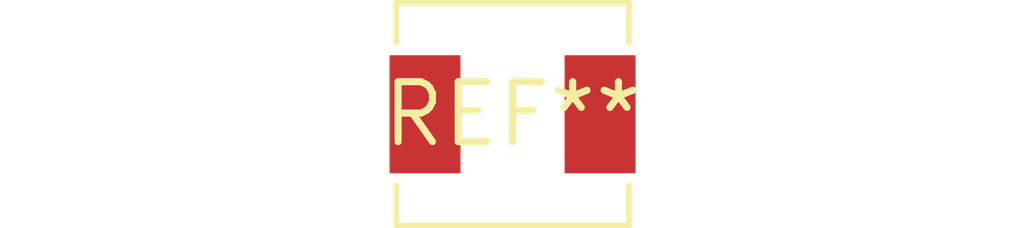
<source format=kicad_pcb>
(kicad_pcb (version 20240108) (generator pcbnew)
  (layers (0 "F.Cu" signal) (31 "B.Cu" signal) (34 "B.Paste" user) (35 "F.Paste" user) (36 "B.SilkS" user "B.Silkscreen") (37 "F.SilkS" user "F.Silkscreen") (38 "B.Mask" user) (39 "F.Mask" user) (44 "Edge.Cuts" user))
  (net 0 "")
  (footprint "L_Sunlord_MWSA0412S" (layer "F.Cu") (at 0 0)
    (property "Reference" "REF**")
    (property "Value" "L_Sunlord_MWSA0412S")
    (fp_line (start -2.46 -2.36) (end -2.46 -1.51) (layer "F.SilkS") (stroke (width 0.12)))
    (fp_line (start -2.46 -2.36) (end 2.46 -2.36) (layer "F.SilkS") (stroke (width 0.12)))
    (fp_line (start -2.46 2.36) (end -2.46 1.51) (layer "F.SilkS") (stroke (width 0.12)))
    (fp_line (start -2.46 2.36) (end 2.46 2.36) (layer "F.SilkS") (stroke (width 0.12)))
    (fp_line (start 2.46 -2.36) (end 2.46 -1.51) (layer "F.SilkS") (stroke (width 0.12)))
    (fp_line (start 2.46 2.36) (end 2.46 1.51) (layer "F.SilkS") (stroke (width 0.12)))
    (pad "1" smd rect (at -1.85 0) (size 1.5 2.5) (layers "F.Cu" "F.Paste" "F.Mask"))
    (pad "2" smd rect (at 1.85 0) (size 1.5 2.5) (layers "F.Cu" "F.Paste" "F.Mask"))
  )
)
</source>
